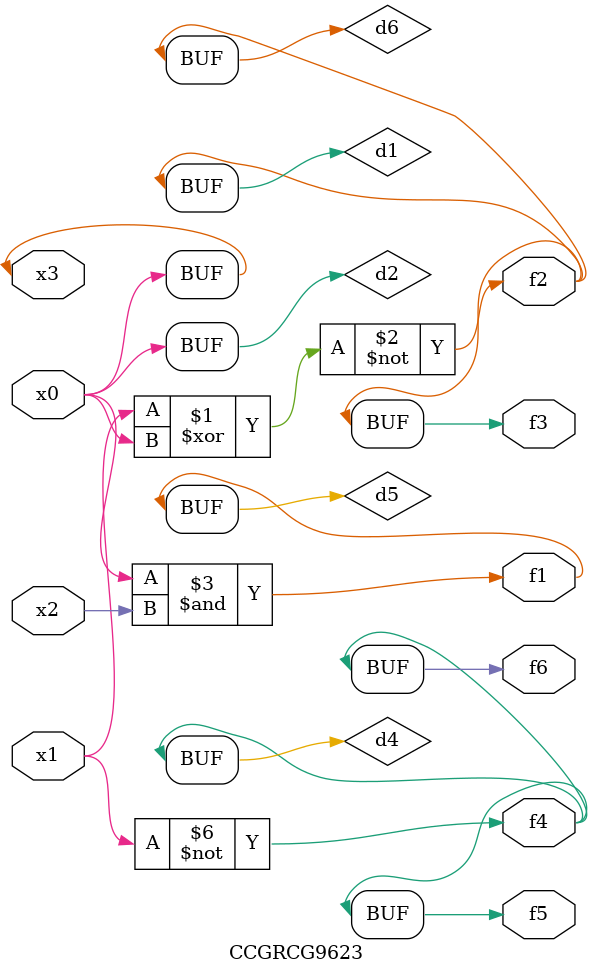
<source format=v>
module CCGRCG9623(
	input x0, x1, x2, x3,
	output f1, f2, f3, f4, f5, f6
);

	wire d1, d2, d3, d4, d5, d6;

	xnor (d1, x1, x3);
	buf (d2, x0, x3);
	nand (d3, x0, x2);
	not (d4, x1);
	nand (d5, d3);
	or (d6, d1);
	assign f1 = d5;
	assign f2 = d6;
	assign f3 = d6;
	assign f4 = d4;
	assign f5 = d4;
	assign f6 = d4;
endmodule

</source>
